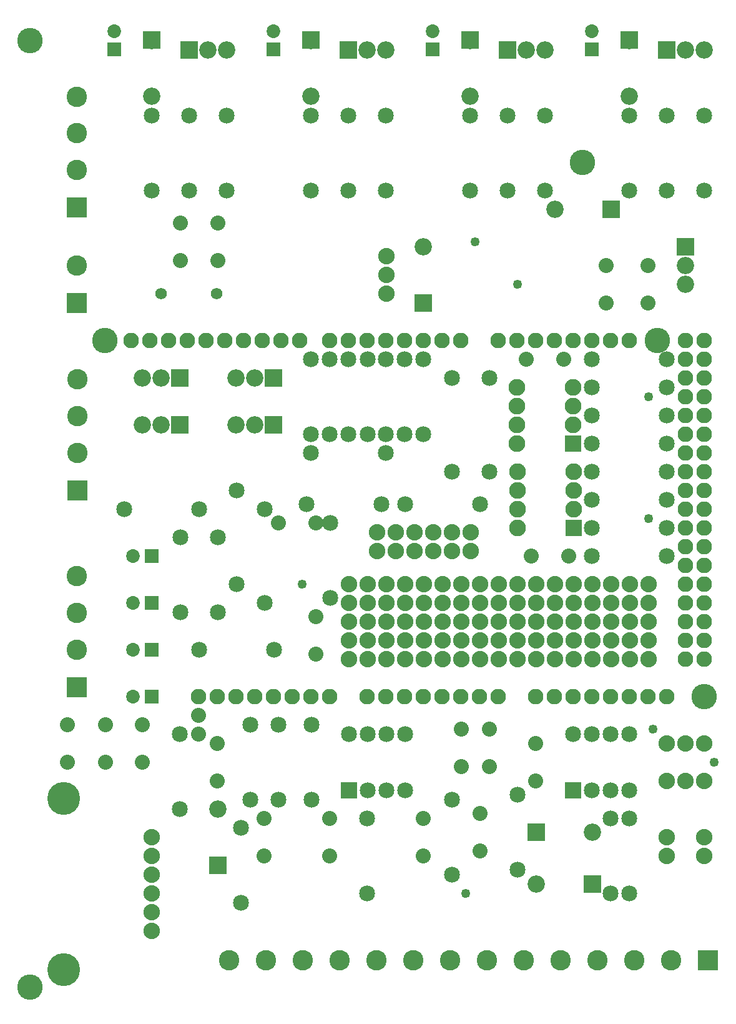
<source format=gts>
G04 MADE WITH FRITZING*
G04 WWW.FRITZING.ORG*
G04 DOUBLE SIDED*
G04 HOLES PLATED*
G04 CONTOUR ON CENTER OF CONTOUR VECTOR*
%ASAXBY*%
%FSLAX23Y23*%
%MOIN*%
%OFA0B0*%
%SFA1.0B1.0*%
%ADD10C,0.049370*%
%ADD11C,0.092000*%
%ADD12C,0.085000*%
%ADD13C,0.088000*%
%ADD14C,0.135984*%
%ADD15C,0.080000*%
%ADD16C,0.082917*%
%ADD17C,0.175354*%
%ADD18C,0.061496*%
%ADD19C,0.089370*%
%ADD20C,0.072992*%
%ADD21C,0.109055*%
%ADD22R,0.092000X0.092000*%
%ADD23R,0.085000X0.085000*%
%ADD24R,0.089370X0.089370*%
%ADD25R,0.072992X0.072992*%
%ADD26R,0.109055X0.109055*%
%LNMASK1*%
G90*
G70*
G54D10*
X2568Y4166D03*
G54D11*
X3193Y741D03*
X2895Y741D03*
X2895Y1016D03*
X3193Y1016D03*
G54D12*
X1893Y1241D03*
X1893Y1541D03*
X1993Y1241D03*
X1993Y1541D03*
X2093Y1241D03*
X2093Y1541D03*
X2193Y1241D03*
X2193Y1541D03*
G54D13*
X3493Y1941D03*
X3393Y1941D03*
X3293Y1941D03*
X3193Y1941D03*
X3093Y1941D03*
X2993Y1941D03*
X2893Y1941D03*
X2793Y1941D03*
X2693Y1941D03*
X2593Y1941D03*
X2493Y1941D03*
X2393Y1941D03*
X2293Y1941D03*
X2193Y1941D03*
X2093Y1941D03*
X1993Y1941D03*
X1893Y1941D03*
X3493Y2141D03*
X3393Y2141D03*
X3293Y2141D03*
X3193Y2141D03*
X3093Y2141D03*
X2993Y2141D03*
X2893Y2141D03*
X2793Y2141D03*
X2693Y2141D03*
X2593Y2141D03*
X2493Y2141D03*
X2393Y2141D03*
X2293Y2141D03*
X2193Y2141D03*
X2093Y2141D03*
X1993Y2141D03*
X1893Y2141D03*
X3493Y2141D03*
X3393Y2141D03*
X3293Y2141D03*
X3193Y2141D03*
X3093Y2141D03*
X2993Y2141D03*
X2893Y2141D03*
X2793Y2141D03*
X2693Y2141D03*
X2593Y2141D03*
X2493Y2141D03*
X2393Y2141D03*
X2293Y2141D03*
X2193Y2141D03*
X2093Y2141D03*
X1993Y2141D03*
X1893Y2141D03*
X1893Y2041D03*
X1993Y2041D03*
X2093Y2041D03*
X2193Y2041D03*
X2293Y2041D03*
X2393Y2041D03*
X2493Y2041D03*
X2593Y2041D03*
X2693Y2041D03*
X2793Y2041D03*
X2893Y2041D03*
X2993Y2041D03*
X3093Y2041D03*
X3193Y2041D03*
X3293Y2041D03*
X3393Y2041D03*
X3493Y2041D03*
X3493Y2341D03*
X3393Y2341D03*
X3293Y2341D03*
X3193Y2341D03*
X3093Y2341D03*
X2993Y2341D03*
X2893Y2341D03*
X2793Y2341D03*
X2693Y2341D03*
X2593Y2341D03*
X2493Y2341D03*
X2393Y2341D03*
X2293Y2341D03*
X2193Y2341D03*
X2093Y2341D03*
X1993Y2341D03*
X1893Y2341D03*
X3493Y2341D03*
X3393Y2341D03*
X3293Y2341D03*
X3193Y2341D03*
X3093Y2341D03*
X2993Y2341D03*
X2893Y2341D03*
X2793Y2341D03*
X2693Y2341D03*
X2593Y2341D03*
X2493Y2341D03*
X2393Y2341D03*
X2293Y2341D03*
X2193Y2341D03*
X2093Y2341D03*
X1993Y2341D03*
X1893Y2341D03*
X1893Y2241D03*
X1993Y2241D03*
X2093Y2241D03*
X2193Y2241D03*
X2293Y2241D03*
X2393Y2241D03*
X2493Y2241D03*
X2593Y2241D03*
X2693Y2241D03*
X2793Y2241D03*
X2893Y2241D03*
X2993Y2241D03*
X3093Y2241D03*
X3193Y2241D03*
X3293Y2241D03*
X3393Y2241D03*
X3493Y2241D03*
X2543Y2616D03*
X2443Y2616D03*
X2343Y2616D03*
X2243Y2616D03*
X2143Y2616D03*
X2043Y2616D03*
X2543Y2616D03*
X2443Y2616D03*
X2343Y2616D03*
X2243Y2616D03*
X2143Y2616D03*
X2043Y2616D03*
X2043Y2516D03*
X2143Y2516D03*
X2243Y2516D03*
X2343Y2516D03*
X2443Y2516D03*
X2543Y2516D03*
G54D10*
X3493Y3341D03*
X3843Y1391D03*
X3518Y1566D03*
X3493Y2691D03*
X2793Y3941D03*
G54D14*
X3792Y1741D03*
X3542Y3641D03*
X592Y3641D03*
G54D11*
X992Y3441D03*
X892Y3441D03*
X792Y3441D03*
X1492Y3441D03*
X1392Y3441D03*
X1292Y3441D03*
X1492Y3191D03*
X1392Y3191D03*
X1292Y3191D03*
X992Y3191D03*
X892Y3191D03*
X792Y3191D03*
G54D15*
X1092Y1641D03*
X1092Y1541D03*
G54D12*
X1318Y641D03*
X1318Y1041D03*
G54D16*
X2992Y1741D03*
X1392Y1741D03*
X3092Y1741D03*
X3192Y1741D03*
X3292Y1741D03*
X3392Y1741D03*
X3692Y3141D03*
X3492Y1741D03*
X3592Y1741D03*
X1432Y3641D03*
X1992Y1741D03*
X2092Y1741D03*
X2192Y1741D03*
X2292Y1741D03*
X3692Y2341D03*
X2392Y1741D03*
X2492Y1741D03*
X2592Y1741D03*
X2692Y1741D03*
X2192Y3641D03*
X3692Y3541D03*
X3692Y2741D03*
X3692Y1941D03*
X1032Y3641D03*
X1792Y1741D03*
X1792Y3641D03*
X3692Y3341D03*
X3692Y2941D03*
X3692Y2541D03*
X3392Y3641D03*
X3692Y2141D03*
X3292Y3641D03*
X3192Y3641D03*
X3092Y3641D03*
X2992Y3641D03*
X2892Y3641D03*
X2792Y3641D03*
X2692Y3641D03*
X832Y3641D03*
X1232Y3641D03*
X1632Y3641D03*
X1192Y1741D03*
X1592Y1741D03*
X2392Y3641D03*
X1992Y3641D03*
X3692Y3641D03*
X3692Y3441D03*
X3692Y3241D03*
X3692Y3041D03*
X3692Y2841D03*
X3692Y2641D03*
X3692Y2441D03*
X3692Y2241D03*
X3692Y2041D03*
X732Y3641D03*
X932Y3641D03*
X1132Y3641D03*
X1332Y3641D03*
X1532Y3641D03*
X1092Y1741D03*
X1292Y1741D03*
X1492Y1741D03*
X1692Y1741D03*
X2492Y3641D03*
X2292Y3641D03*
X2092Y3641D03*
X1892Y3641D03*
X3792Y3641D03*
X3792Y3541D03*
X3792Y3441D03*
X3792Y3341D03*
X3792Y3241D03*
X3792Y3141D03*
X3792Y3041D03*
X3792Y2941D03*
X3792Y2841D03*
X3792Y2741D03*
X3792Y2641D03*
X3792Y2541D03*
X3792Y2441D03*
X3792Y2341D03*
X3792Y2241D03*
X3792Y2141D03*
X3792Y2041D03*
X3792Y1941D03*
X2892Y1741D03*
G54D11*
X2292Y3841D03*
X2292Y4139D03*
G54D12*
X992Y1141D03*
X992Y1541D03*
G54D17*
X372Y284D03*
X370Y1195D03*
G54D14*
X192Y191D03*
X192Y5241D03*
X3142Y4591D03*
G54D13*
X842Y991D03*
X842Y891D03*
X842Y791D03*
X842Y691D03*
X842Y591D03*
X842Y491D03*
G54D12*
X3092Y1241D03*
X3092Y1541D03*
X3192Y1241D03*
X3192Y1541D03*
X3292Y1241D03*
X3292Y1541D03*
X3392Y1241D03*
X3392Y1541D03*
G54D13*
X3592Y1291D03*
X3692Y1291D03*
X3792Y1291D03*
X3792Y1491D03*
X3692Y1491D03*
X3592Y1491D03*
X2093Y3891D03*
X2093Y3991D03*
X2093Y4091D03*
G54D12*
X3292Y1091D03*
X3292Y691D03*
X3392Y1091D03*
X3392Y691D03*
G54D13*
X3592Y991D03*
X3592Y891D03*
X3792Y991D03*
X3792Y891D03*
G54D12*
X3592Y2491D03*
X3192Y2491D03*
X2292Y3541D03*
X2292Y3141D03*
X1792Y3541D03*
X1792Y3141D03*
X3592Y3091D03*
X3192Y3091D03*
X3592Y2941D03*
X3192Y2941D03*
X2092Y3541D03*
X2092Y3141D03*
X2092Y3041D03*
X1692Y3041D03*
X3592Y3541D03*
X3192Y3541D03*
G54D11*
X3692Y4141D03*
X3692Y4041D03*
X3692Y3941D03*
G54D15*
X1193Y4066D03*
X1193Y4266D03*
X3492Y4041D03*
X3492Y3841D03*
X993Y4066D03*
X993Y4266D03*
X3268Y4041D03*
X3268Y3841D03*
G54D11*
X3293Y4341D03*
X2995Y4341D03*
G54D18*
X892Y3891D03*
X1187Y3891D03*
X892Y3891D03*
X1187Y3891D03*
G54D19*
X3093Y2641D03*
X2793Y2641D03*
X3093Y2741D03*
X2793Y2741D03*
X3093Y2841D03*
X2793Y2841D03*
X3093Y2941D03*
X2793Y2941D03*
X3092Y3091D03*
X2792Y3091D03*
X3092Y3191D03*
X2792Y3191D03*
X3092Y3291D03*
X2792Y3291D03*
X3092Y3391D03*
X2792Y3391D03*
G54D12*
X3592Y2641D03*
X3192Y2641D03*
X2192Y3541D03*
X2192Y3141D03*
X1892Y3541D03*
X1892Y3141D03*
X3592Y3241D03*
X3192Y3241D03*
X3592Y2791D03*
X3192Y2791D03*
X1993Y3541D03*
X1993Y3141D03*
X1692Y3541D03*
X1692Y3141D03*
X3592Y3391D03*
X3192Y3391D03*
G54D15*
X3068Y2491D03*
X2868Y2491D03*
X3042Y3541D03*
X2842Y3541D03*
G54D12*
X1443Y2241D03*
X1443Y2741D03*
X2643Y2941D03*
X2643Y3441D03*
X1293Y2841D03*
X1293Y2341D03*
X2443Y3441D03*
X2443Y2941D03*
X1193Y2191D03*
X1193Y2591D03*
X693Y2741D03*
X1093Y2741D03*
X1093Y1991D03*
X1493Y1991D03*
X993Y2191D03*
X993Y2591D03*
G54D20*
X841Y1991D03*
X742Y1991D03*
X841Y2491D03*
X742Y2491D03*
X841Y1741D03*
X742Y1741D03*
X841Y2241D03*
X742Y2241D03*
G54D12*
X2068Y2766D03*
X1668Y2766D03*
X1693Y1591D03*
X1693Y1191D03*
X1518Y1591D03*
X1518Y1191D03*
G54D15*
X2493Y1366D03*
X2493Y1566D03*
X1792Y1091D03*
X1792Y891D03*
X1192Y1291D03*
X1192Y1491D03*
X1442Y1091D03*
X1442Y891D03*
G54D12*
X1992Y691D03*
X1992Y1091D03*
X1368Y1191D03*
X1368Y1591D03*
G54D11*
X1193Y841D03*
X1193Y1139D03*
G54D21*
X443Y2841D03*
X443Y3038D03*
X443Y3235D03*
X443Y3432D03*
X3812Y332D03*
X3615Y332D03*
X3418Y332D03*
X3221Y332D03*
X3024Y332D03*
X2827Y332D03*
X2631Y332D03*
X2434Y332D03*
X2237Y332D03*
X2040Y332D03*
X1843Y332D03*
X1646Y332D03*
X1449Y332D03*
X1253Y332D03*
G54D15*
X2892Y1291D03*
X2892Y1491D03*
X792Y1591D03*
X792Y1391D03*
X2643Y1366D03*
X2643Y1566D03*
X392Y1591D03*
X392Y1391D03*
X593Y1591D03*
X593Y1391D03*
X2593Y1116D03*
X2593Y916D03*
X2292Y1091D03*
X2292Y891D03*
G54D12*
X2793Y816D03*
X2793Y1216D03*
X2443Y791D03*
X2443Y1191D03*
X2593Y2766D03*
X2193Y2766D03*
G54D15*
X1518Y2666D03*
X1718Y2666D03*
X1718Y1966D03*
X1718Y2166D03*
G54D12*
X1793Y2666D03*
X1793Y2266D03*
X842Y4441D03*
X842Y4841D03*
X2542Y4441D03*
X2542Y4841D03*
X1692Y4441D03*
X1692Y4841D03*
X3392Y4441D03*
X3392Y4841D03*
G54D20*
X642Y5193D03*
X642Y5291D03*
X2342Y5193D03*
X2342Y5291D03*
X1492Y5193D03*
X1492Y5291D03*
X3192Y5193D03*
X3192Y5291D03*
G54D11*
X842Y5241D03*
X842Y4943D03*
X2542Y5241D03*
X2542Y4943D03*
X1692Y5241D03*
X1692Y4943D03*
X3392Y5241D03*
X3392Y4943D03*
X1042Y5191D03*
X1142Y5191D03*
X1242Y5191D03*
X2742Y5191D03*
X2842Y5191D03*
X2942Y5191D03*
X1892Y5191D03*
X1992Y5191D03*
X2092Y5191D03*
X3592Y5191D03*
X3692Y5191D03*
X3792Y5191D03*
G54D12*
X1042Y4441D03*
X1042Y4841D03*
X2742Y4441D03*
X2742Y4841D03*
X1892Y4441D03*
X1892Y4841D03*
X3592Y4441D03*
X3592Y4841D03*
X1242Y4441D03*
X1242Y4841D03*
X2942Y4441D03*
X2942Y4841D03*
X2092Y4441D03*
X2092Y4841D03*
X3792Y4441D03*
X3792Y4841D03*
G54D21*
X442Y3841D03*
X442Y4038D03*
X442Y1791D03*
X442Y1988D03*
X442Y2185D03*
X442Y2382D03*
X442Y4351D03*
X442Y4548D03*
X442Y4745D03*
X442Y4941D03*
G54D10*
X2518Y691D03*
X1643Y2341D03*
G54D22*
X3194Y741D03*
X2894Y1016D03*
G54D23*
X1893Y1241D03*
G54D22*
X992Y3441D03*
X1492Y3441D03*
X1492Y3191D03*
X992Y3191D03*
X2292Y3840D03*
G54D23*
X3092Y1241D03*
G54D22*
X3692Y4141D03*
X3294Y4341D03*
G54D24*
X3093Y2641D03*
X3092Y3091D03*
G54D25*
X841Y1991D03*
X841Y2491D03*
X841Y1741D03*
X841Y2241D03*
G54D22*
X1193Y840D03*
G54D26*
X443Y2841D03*
X3812Y332D03*
G54D25*
X642Y5193D03*
X2342Y5193D03*
X1492Y5193D03*
X3192Y5193D03*
G54D22*
X842Y5242D03*
X2542Y5242D03*
X1692Y5242D03*
X3392Y5242D03*
X1042Y5191D03*
X2742Y5191D03*
X1892Y5191D03*
X3592Y5191D03*
G54D26*
X442Y3841D03*
X442Y1791D03*
X442Y4351D03*
G04 End of Mask1*
M02*
</source>
